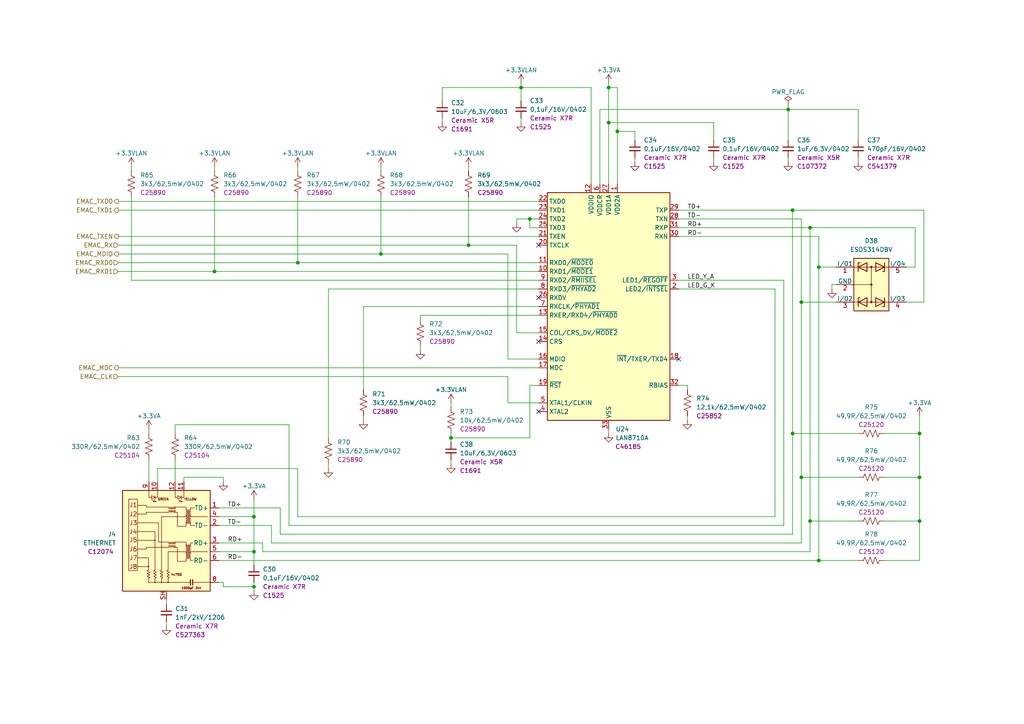
<source format=kicad_sch>
(kicad_sch (version 20230121) (generator eeschema)
  (paper "A4")
  (title_block (title "ESP 16x 24VDC Input 16x External Relay Output Module") (date "2022-10-20") (rev "V1"))
  (lib_symbols
    (symbol "Device:C_Small" (pin_numbers hide) (pin_names (offset 0.254) hide)
      (property "Reference" "C" (at 0.254 1.778 0))
      (property "Value" "C_Small" (at 0.254 -2.032 0))
      (symbol "C_Small_0_1"
        (polyline (pts (xy -1.524 -0.508) (xy 1.524 -0.508)) (stroke (width 0.3302)))
        (polyline (pts (xy -1.524 0.508) (xy 1.524 0.508)) (stroke (width 0.3048)))
      )
      (symbol "C_Small_1_1"
        (pin passive line (at 0 2.54 270) (length 2.032) (name "~") (number "1"))
        (pin passive line (at 0 -2.54 90) (length 2.032) (name "~") (number "2"))
      )
    )
    (symbol "Device:R_US" (pin_numbers hide) (pin_names (offset 0))
      (property "Reference" "R" (at 2.54 0 90))
      (property "Value" "R_US" (at -2.54 0 90))
      (symbol "R_US_0_1"
        (polyline (pts (xy 0 -2.286) (xy 0 -2.54)))
        (polyline (pts (xy 0 2.286) (xy 0 2.54)))
        (polyline (pts (xy 0 -0.762) (xy 1.016 -1.143) (xy 0 -1.524) (xy -1.016 -1.905) (xy 0 -2.286)))
        (polyline (pts (xy 0 0.762) (xy 1.016 0.381) (xy 0 0) (xy -1.016 -0.381) (xy 0 -0.762)))
        (polyline (pts (xy 0 2.286) (xy 1.016 1.905) (xy 0 1.524) (xy -1.016 1.143) (xy 0 0.762)))
      )
      (symbol "R_US_1_1"
        (pin passive line (at 0 3.81 270) (length 1.27) (name "~") (number "1"))
        (pin passive line (at 0 -3.81 90) (length 1.27) (name "~") (number "2"))
      )
    )
    (symbol "Interface_Ethernet:LAN8710A"
      (property "Reference" "U" (at -13.97 34.29 0))
      (property "Value" "LAN8710A" (at 17.78 34.29 0))
      (symbol "LAN8710A_0_1"
        (rectangle (start -17.78 33.02) (end 17.78 -33.02) (stroke (width 0.254)) (fill (type background)))
      )
      (symbol "LAN8710A_1_1"
        (pin power_in line (at 2.54 35.56 270) (length 2.54) (name "VDD2A") (number "1"))
        (pin bidirectional line (at -20.32 10.16 0) (length 2.54) (name "RXD1/~{MODE1}") (number "10"))
        (pin bidirectional line (at -20.32 12.7 0) (length 2.54) (name "RXD0/~{MODE0}") (number "11"))
        (pin power_in line (at -5.08 35.56 270) (length 2.54) (name "VDDIO") (number "12"))
        (pin bidirectional line (at -20.32 -2.54 0) (length 2.54) (name "RXER/RXD4/~{PHYAD0}") (number "13"))
        (pin output line (at -20.32 -10.16 0) (length 2.54) (name "CRS") (number "14"))
        (pin bidirectional line (at -20.32 -7.62 0) (length 2.54) (name "COL/CRS_DV/~{MODE2}") (number "15"))
        (pin bidirectional line (at -20.32 -15.24 0) (length 2.54) (name "MDIO") (number "16"))
        (pin input line (at -20.32 -17.78 0) (length 2.54) (name "MDC") (number "17"))
        (pin bidirectional line (at 20.32 -15.24 180) (length 2.54) (name "~{INT}/TXER/TXD4") (number "18"))
        (pin input line (at -20.32 -22.86 0) (length 2.54) (name "~{RST}") (number "19"))
        (pin bidirectional line (at 20.32 5.08 180) (length 2.54) (name "LED2/~{INTSEL}") (number "2"))
        (pin output line (at -20.32 17.78 0) (length 2.54) (name "TXCLK") (number "20"))
        (pin input line (at -20.32 20.32 0) (length 2.54) (name "TXEN") (number "21"))
        (pin input line (at -20.32 30.48 0) (length 2.54) (name "TXD0") (number "22"))
        (pin input line (at -20.32 27.94 0) (length 2.54) (name "TXD1") (number "23"))
        (pin input line (at -20.32 25.4 0) (length 2.54) (name "TXD2") (number "24"))
        (pin input line (at -20.32 22.86 0) (length 2.54) (name "TXD3") (number "25"))
        (pin output line (at -20.32 2.54 0) (length 2.54) (name "RXDV") (number "26"))
        (pin power_in line (at 0 35.56 270) (length 2.54) (name "VDD1A") (number "27"))
        (pin bidirectional line (at 20.32 25.4 180) (length 2.54) (name "TXN") (number "28"))
        (pin bidirectional line (at 20.32 27.94 180) (length 2.54) (name "TXP") (number "29"))
        (pin bidirectional line (at 20.32 7.62 180) (length 2.54) (name "LED1/~{REGOFF}") (number "3"))
        (pin bidirectional line (at 20.32 20.32 180) (length 2.54) (name "RXN") (number "30"))
        (pin bidirectional line (at 20.32 22.86 180) (length 2.54) (name "RXP") (number "31"))
        (pin passive line (at 20.32 -22.86 180) (length 2.54) (name "RBIAS") (number "32"))
        (pin power_in line (at 0 -35.56 90) (length 2.54) (name "VSS") (number "33"))
        (pin output line (at -20.32 -30.48 0) (length 2.54) (name "XTAL2") (number "4"))
        (pin input line (at -20.32 -27.94 0) (length 2.54) (name "XTAL1/CLKIN") (number "5"))
        (pin power_in line (at -2.54 35.56 270) (length 2.54) (name "VDDCR") (number "6"))
        (pin bidirectional line (at -20.32 0 0) (length 2.54) (name "RXCLK/~{PHYAD1}") (number "7"))
        (pin bidirectional line (at -20.32 5.08 0) (length 2.54) (name "RXD3/~{PHYAD2}") (number "8"))
        (pin bidirectional line (at -20.32 7.62 0) (length 2.54) (name "RXD2/~{RMIISEL}") (number "9"))
      )
    )
    (symbol "Tales:+3.3VLAN" (power) (pin_names (offset 0))
      (property "Value" "+3.3VLAN" (at 0 3.556 0))
      (symbol "+3.3VLAN_0_1"
        (polyline (pts (xy -0.762 1.27) (xy 0 2.54)))
        (polyline (pts (xy 0 0) (xy 0 2.54)))
        (polyline (pts (xy 0 2.54) (xy 0.762 1.27)))
      )
      (symbol "+3.3VLAN_1_1"
        (pin power_in line (at 0 0 90) (length 0) hide (name "+3.3VLAN") (number "1"))
      )
    )
    (symbol "Tales:ESDS314DBV" (pin_names (offset 0))
      (property "Reference" "D" (at 0 12.7 0))
      (property "Value" "ESDS314DBV" (at 0 10.16 0))
      (symbol "ESDS314DBV_0_1"
        (rectangle (start -5.08 7.62) (end 5.08 -7.62) (stroke (width 0.254)) (fill (type background)))
        (circle (center 0 -5.08) (radius 0.254) (fill (type outline)))
        (polyline (pts (xy -5.08 -5.08) (xy 5.08 -5.08)))
        (polyline (pts (xy -5.08 0) (xy 0 0)))
        (polyline (pts (xy -5.08 5.08) (xy 5.08 5.08)))
        (polyline (pts (xy 0 -5.08) (xy 0 5.08)))
        (polyline (pts (xy -3.81 -6.35) (xy -3.81 -3.81) (xy -3.302 -3.81)) (stroke (width 0.254)))
        (polyline (pts (xy -3.81 3.81) (xy -3.81 6.35) (xy -3.302 6.35)) (stroke (width 0.254)))
        (polyline (pts (xy 3.81 -3.81) (xy 3.81 -6.35) (xy 3.302 -6.35)) (stroke (width 0.254)))
        (polyline (pts (xy 3.81 6.35) (xy 3.81 3.81) (xy 3.302 3.81)) (stroke (width 0.254)))
        (polyline (pts (xy -1.27 -6.35) (xy -3.81 -5.08) (xy -1.27 -3.81) (xy -1.27 -6.35) (xy -1.27 -6.35) (xy -1.27 -6.35)) (stroke (width 0.254)))
        (polyline (pts (xy -1.27 3.81) (xy -3.81 5.08) (xy -1.27 6.35) (xy -1.27 3.81) (xy -1.27 3.81) (xy -1.27 3.81)) (stroke (width 0.254)))
        (polyline (pts (xy 1.27 -3.81) (xy 3.81 -5.08) (xy 1.27 -6.35) (xy 1.27 -3.81) (xy 1.27 -3.81) (xy 1.27 -3.81)) (stroke (width 0.254)))
        (polyline (pts (xy 1.27 6.35) (xy 3.81 5.08) (xy 1.27 3.81) (xy 1.27 6.35) (xy 1.27 6.35) (xy 1.27 6.35)) (stroke (width 0.254)))
        (circle (center 0 0) (radius 0.254) (fill (type outline)))
        (circle (center 0 5.08) (radius 0.254) (fill (type outline)))
        (pin passive line (at -10.16 5.08 0) (length 5.08) (name "I/01") (number "1"))
        (pin passive line (at -10.16 0 0) (length 5.08) (name "GND") (number "2"))
        (pin passive line (at -10.16 -5.08 0) (length 5.08) (name "I/02") (number "3"))
        (pin passive line (at 10.16 -5.08 180) (length 5.08) (name "I/03") (number "4"))
        (pin passive line (at 10.16 5.08 180) (length 5.08) (name "I/04") (number "5"))
      )
    )
    (symbol "Tales:HanRun_HR911105A"
      (property "Reference" "J" (at 12.7 13.97 0))
      (property "Value" "HanRun_HR911105A" (at 0 -17.78 0))
      (symbol "HanRun_HR911105A_0_0"
        (rectangle (start -12.7 12.7) (end 12.7 -16.51) (stroke (width 0.254)) (fill (type background)))
        (polyline (pts (xy -5.207 -9.398) (xy -8.382 -9.398)))
        (polyline (pts (xy -3.302 -13.97) (xy -3.302 -12.827)))
        (polyline (pts (xy -3.302 -1.778) (xy -8.382 -1.778)))
        (polyline (pts (xy -1.397 -13.97) (xy -1.397 -12.827)))
        (polyline (pts (xy 0.508 -13.97) (xy 0.508 -12.827)))
        (polyline (pts (xy 7.62 -13.97) (xy 12.7 -13.97)))
        (polyline (pts (xy 11.938 -5.08) (xy 6.985 -5.08)))
        (polyline (pts (xy 11.938 5.08) (xy 6.985 5.08)))
        (polyline (pts (xy -1.397 -10.414) (xy -1.397 5.08) (xy 5.715 5.08)))
        (polyline (pts (xy 0.508 -10.414) (xy 0.508 -5.08) (xy 5.715 -5.08)))
        (polyline (pts (xy 6.985 -13.97) (xy -5.207 -13.97) (xy -5.207 -12.827)))
        (polyline (pts (xy 0.635 -2.286) (xy -2.286 -2.286) (xy -2.286 3.302) (xy -8.382 3.302)))
        (polyline (pts (xy 0.635 7.874) (xy -5.842 7.874) (xy -5.842 8.382) (xy -8.382 8.382)))
        (text "1000pF 2kV" (at 7.239 -15.621 0) (effects (font (size 0.635 0.635))))
        (text "4x75Ω" (at 2.921 -11.684 0) (effects (font (size 0.635 0.635))))
        (text "GREEN" (at -2.54 10.16 0) (effects (font (size 0.635 0.635)) (justify left)))
        (text "J1" (at -10.795 8.509 0) (effects (font (size 1.27 1.27)) (justify left)))
        (text "J2" (at -10.795 5.842 0) (effects (font (size 1.27 1.27)) (justify left)))
        (text "J3" (at -10.795 3.302 0) (effects (font (size 1.27 1.27)) (justify left)))
        (text "J4" (at -10.795 0.762 0) (effects (font (size 1.27 1.27)) (justify left)))
        (text "J5" (at -10.795 -1.651 0) (effects (font (size 1.27 1.27)) (justify left)))
        (text "J6" (at -10.795 -4.318 0) (effects (font (size 1.27 1.27)) (justify left)))
        (text "J7" (at -10.795 -6.858 0) (effects (font (size 1.27 1.27)) (justify left)))
        (text "J8" (at -10.795 -9.398 0) (effects (font (size 1.27 1.27)) (justify left)))
        (text "YELLOW" (at 5.08 10.16 0) (effects (font (size 0.635 0.635)) (justify left)))
      )
      (symbol "HanRun_HR911105A_0_1"
        (rectangle (start -8.382 -10.541) (end -10.922 10.16))
        (circle (center -5.207 -9.398) (radius 0.127) (fill (type outline)))
        (circle (center -3.302 -13.97) (radius 0.127) (fill (type outline)))
        (circle (center -3.302 -1.778) (radius 0.127) (fill (type outline)))
        (circle (center -1.397 -13.97) (radius 0.127) (fill (type outline)))
        (polyline (pts (xy -3.556 9.398) (xy -4.064 9.906)))
        (polyline (pts (xy -3.302 11.176) (xy -3.302 10.16)))
        (polyline (pts (xy -3.048 9.398) (xy -3.556 9.906)))
        (polyline (pts (xy 0.635 -3.302) (xy 2.667 -3.302)))
        (polyline (pts (xy 0.635 6.858) (xy 2.667 6.858)))
        (polyline (pts (xy 2.667 -2.794) (xy 0.635 -2.794)))
        (polyline (pts (xy 2.667 7.366) (xy 0.635 7.366)))
        (polyline (pts (xy 4.064 9.398) (xy 3.556 9.906)))
        (polyline (pts (xy 4.318 11.176) (xy 4.318 10.16)))
        (polyline (pts (xy 4.572 9.398) (xy 4.064 9.906)))
        (polyline (pts (xy 6.223 -3.048) (xy 6.223 -7.112)))
        (polyline (pts (xy 6.223 7.112) (xy 6.223 3.048)))
        (polyline (pts (xy 6.477 -7.112) (xy 6.477 -3.048)))
        (polyline (pts (xy 6.477 3.048) (xy 6.477 7.112)))
        (polyline (pts (xy 6.985 -14.732) (xy 6.985 -13.208)) (stroke (width 0.3048)))
        (polyline (pts (xy 7.62 -14.732) (xy 7.62 -13.208)) (stroke (width 0.3048)))
        (polyline (pts (xy -5.207 -10.414) (xy -5.207 -6.858) (xy -8.382 -6.858)))
        (polyline (pts (xy -5.08 12.7) (xy -5.08 10.668) (xy -4.318 10.668)))
        (polyline (pts (xy -3.556 9.652) (xy -3.556 9.398) (xy -3.81 9.398)))
        (polyline (pts (xy -3.302 -10.414) (xy -3.302 0.762) (xy -8.382 0.762)))
        (polyline (pts (xy -3.048 9.652) (xy -3.048 9.398) (xy -3.302 9.398)))
        (polyline (pts (xy -2.54 12.7) (xy -2.54 10.668) (xy -3.302 10.668)))
        (polyline (pts (xy 2.54 12.7) (xy 2.54 10.668) (xy 3.302 10.668)))
        (polyline (pts (xy 2.667 -2.286) (xy 5.715 -2.286) (xy 5.715 -3.048)))
        (polyline (pts (xy 2.667 7.874) (xy 5.715 7.874) (xy 5.715 7.112)))
        (polyline (pts (xy 4.064 9.652) (xy 4.064 9.398) (xy 3.81 9.398)))
        (polyline (pts (xy 4.572 9.652) (xy 4.572 9.398) (xy 4.318 9.398)))
        (polyline (pts (xy 5.08 12.7) (xy 5.08 10.668) (xy 4.318 10.668)))
        (polyline (pts (xy 6.985 -7.112) (xy 6.985 -7.62) (xy 7.62 -7.62)))
        (polyline (pts (xy 6.985 -3.048) (xy 6.985 -2.54) (xy 7.62 -2.54)))
        (polyline (pts (xy 6.985 3.048) (xy 6.985 2.54) (xy 8.255 2.54)))
        (polyline (pts (xy 6.985 7.112) (xy 6.985 7.62) (xy 8.255 7.62)))
        (polyline (pts (xy -3.302 10.668) (xy -4.318 11.176) (xy -4.318 10.16) (xy -3.302 10.668)))
        (polyline (pts (xy 0.635 -3.81) (xy -5.842 -3.81) (xy -5.842 -4.318) (xy -8.382 -4.318)))
        (polyline (pts (xy 0.635 6.35) (xy -5.842 6.35) (xy -5.842 5.842) (xy -8.382 5.842)))
        (polyline (pts (xy 4.318 10.668) (xy 3.302 11.176) (xy 3.302 10.16) (xy 4.318 10.668)))
        (polyline (pts (xy 5.715 -7.112) (xy 5.715 -7.874) (xy 3.175 -7.874) (xy 3.175 -3.81) (xy 2.667 -3.81)))
        (polyline (pts (xy 5.715 3.048) (xy 5.715 2.286) (xy 3.175 2.286) (xy 3.175 6.35) (xy 2.667 6.35)))
        (polyline (pts (xy -5.207 -12.827) (xy -4.826 -12.573) (xy -5.588 -12.192) (xy -4.826 -11.811) (xy -5.588 -11.43) (xy -4.826 -11.049) (xy -5.588 -10.668) (xy -5.207 -10.414)))
        (polyline (pts (xy -3.302 -12.827) (xy -2.921 -12.573) (xy -3.683 -12.192) (xy -2.921 -11.811) (xy -3.683 -11.43) (xy -2.921 -11.049) (xy -3.683 -10.668) (xy -3.302 -10.414)))
        (polyline (pts (xy -1.397 -12.827) (xy -1.016 -12.573) (xy -1.778 -12.192) (xy -1.016 -11.811) (xy -1.778 -11.43) (xy -1.016 -11.049) (xy -1.778 -10.668) (xy -1.397 -10.414)))
        (polyline (pts (xy 0.508 -12.827) (xy 0.889 -12.573) (xy 0.127 -12.192) (xy 0.889 -11.811) (xy 0.127 -11.43) (xy 0.889 -11.049) (xy 0.127 -10.668) (xy 0.508 -10.414)))
        (circle (center 0.508 -13.97) (radius 0.127) (fill (type outline)))
        (arc (start 0.635 -2.286) (mid 0.889 -2.5389) (end 1.143 -2.286))
        (arc (start 0.635 7.874) (mid 0.889 7.6211) (end 1.143 7.874))
        (arc (start 1.143 -3.81) (mid 0.889 -3.5571) (end 0.635 -3.81))
        (arc (start 1.143 -2.286) (mid 1.397 -2.5389) (end 1.651 -2.286))
        (arc (start 1.143 6.35) (mid 0.889 6.6029) (end 0.635 6.35))
        (arc (start 1.143 7.874) (mid 1.397 7.6211) (end 1.651 7.874))
        (arc (start 1.651 -3.81) (mid 1.397 -3.5571) (end 1.143 -3.81))
        (arc (start 1.651 -2.286) (mid 1.905 -2.5389) (end 2.159 -2.286))
        (arc (start 1.651 6.35) (mid 1.397 6.6029) (end 1.143 6.35))
        (arc (start 1.651 7.874) (mid 1.905 7.6211) (end 2.159 7.874))
        (arc (start 2.159 -3.81) (mid 1.905 -3.5571) (end 1.651 -3.81))
        (arc (start 2.159 -2.286) (mid 2.413 -2.5389) (end 2.667 -2.286))
        (arc (start 2.159 6.35) (mid 1.905 6.6029) (end 1.651 6.35))
        (arc (start 2.159 7.874) (mid 2.413 7.6211) (end 2.667 7.874))
        (circle (center 2.413 -3.8354) (radius 0.0762) (stroke (width 0.0254)) (fill (type outline)))
        (circle (center 2.413 -2.2606) (radius 0.0762) (stroke (width 0.0254)) (fill (type outline)))
        (circle (center 2.413 6.3246) (radius 0.0762) (stroke (width 0.0254)) (fill (type outline)))
        (circle (center 2.413 7.8994) (radius 0.0762) (stroke (width 0.0254)) (fill (type outline)))
        (arc (start 2.667 -3.81) (mid 2.413 -3.5571) (end 2.159 -3.81))
        (arc (start 2.667 6.35) (mid 2.413 6.6029) (end 2.159 6.35))
        (arc (start 5.715 -7.112) (mid 5.9679 -6.858) (end 5.715 -6.604))
        (arc (start 5.715 -6.604) (mid 5.9679 -6.35) (end 5.715 -6.096))
        (arc (start 5.715 -6.096) (mid 5.9679 -5.842) (end 5.715 -5.588))
        (arc (start 5.715 -5.588) (mid 5.9679 -5.334) (end 5.715 -5.08))
        (circle (center 5.715 -5.334) (radius 0.0762) (stroke (width 0.0254)) (fill (type outline)))
        (arc (start 5.715 -5.08) (mid 5.9679 -4.826) (end 5.715 -4.572))
        (arc (start 5.715 -4.572) (mid 5.9679 -4.318) (end 5.715 -4.064))
        (arc (start 5.715 -4.064) (mid 5.9679 -3.81) (end 5.715 -3.556))
        (arc (start 5.715 -3.556) (mid 5.9679 -3.302) (end 5.715 -3.048))
        (circle (center 5.715 -3.302) (radius 0.0762) (stroke (width 0.0254)) (fill (type outline)))
        (arc (start 5.715 3.048) (mid 5.9679 3.302) (end 5.715 3.556))
        (circle (center 5.715 3.302) (radius 0.0762) (stroke (width 0.0254)) (fill (type outline)))
        (arc (start 5.715 3.556) (mid 5.9679 3.81) (end 5.715 4.064))
        (arc (start 5.715 4.064) (mid 5.9679 4.318) (end 5.715 4.572))
        (arc (start 5.715 4.572) (mid 5.9679 4.826) (end 5.715 5.08))
        (arc (start 5.715 5.08) (mid 5.9679 5.334) (end 5.715 5.588))
        (circle (center 5.715 5.334) (radius 0.0762) (stroke (width 0.0254)) (fill (type outline)))
        (arc (start 5.715 5.588) (mid 5.9679 5.842) (end 5.715 6.096))
        (arc (start 5.715 6.096) (mid 5.9679 6.35) (end 5.715 6.604))
        (arc (start 5.715 6.604) (mid 5.9679 6.858) (end 5.715 7.112))
        (arc (start 6.985 -6.604) (mid 6.7321 -6.858) (end 6.985 -7.112))
        (arc (start 6.985 -6.096) (mid 6.7321 -6.35) (end 6.985 -6.604))
        (arc (start 6.985 -5.588) (mid 6.7321 -5.842) (end 6.985 -6.096))
        (circle (center 6.985 -5.334) (radius 0.0762) (stroke (width 0.0254)) (fill (type outline)))
        (arc (start 6.985 -5.08) (mid 6.7321 -5.334) (end 6.985 -5.588))
        (arc (start 6.985 -4.572) (mid 6.7321 -4.826) (end 6.985 -5.08))
        (arc (start 6.985 -4.064) (mid 6.7321 -4.318) (end 6.985 -4.572))
        (arc (start 6.985 -3.556) (mid 6.7321 -3.81) (end 6.985 -4.064))
        (circle (center 6.985 -3.302) (radius 0.0762) (stroke (width 0.0254)) (fill (type outline)))
        (arc (start 6.985 -3.048) (mid 6.7321 -3.302) (end 6.985 -3.556))
        (circle (center 6.985 3.302) (radius 0.0762) (stroke (width 0.0254)) (fill (type outline)))
        (arc (start 6.985 3.556) (mid 6.7321 3.302) (end 6.985 3.048))
        (arc (start 6.985 4.064) (mid 6.7321 3.81) (end 6.985 3.556))
        (arc (start 6.985 4.572) (mid 6.7321 4.318) (end 6.985 4.064))
        (arc (start 6.985 5.08) (mid 6.7321 4.826) (end 6.985 4.572))
        (circle (center 6.985 5.334) (radius 0.0762) (stroke (width 0.0254)) (fill (type outline)))
        (arc (start 6.985 5.588) (mid 6.7321 5.334) (end 6.985 5.08))
        (arc (start 6.985 6.096) (mid 6.7321 5.842) (end 6.985 5.588))
        (arc (start 6.985 6.604) (mid 6.7321 6.35) (end 6.985 6.096))
        (arc (start 6.985 7.112) (mid 6.7321 6.858) (end 6.985 6.604))
      )
      (symbol "HanRun_HR911105A_1_1"
        (pin passive line (at 15.24 7.62 180) (length 2.54) (name "TD+") (number "1"))
        (pin passive line (at -2.54 15.24 270) (length 2.54) (name "~") (number "10"))
        (pin passive line (at 5.08 15.24 270) (length 2.54) (name "~") (number "11"))
        (pin passive line (at 2.54 15.24 270) (length 2.54) (name "~") (number "12"))
        (pin passive line (at 15.24 2.54 180) (length 2.54) (name "TD-") (number "2"))
        (pin passive line (at 15.24 -2.54 180) (length 2.54) (name "RD+") (number "3"))
        (pin passive line (at 15.24 5.08 180) (length 2.54) (name "~") (number "4"))
        (pin passive line (at 15.24 -5.08 180) (length 2.54) (name "~") (number "5"))
        (pin passive line (at 15.24 -7.62 180) (length 2.54) (name "RD-") (number "6"))
        (pin no_connect line (at 12.7 -11.43 180) (length 2.54) hide (name "NC") (number "7"))
        (pin passive line (at 15.24 -13.97 180) (length 2.54) (name "~") (number "8"))
        (pin passive line (at -5.08 15.24 270) (length 2.54) (name "~") (number "9"))
        (pin passive line (at 0 -19.05 90) (length 2.54) (name "~") (number "SH"))
      )
    )
    (symbol "power:+3.3VA" (power) (pin_names (offset 0))
      (property "Value" "+3.3VA" (at 0 3.556 0))
      (symbol "+3.3VA_0_1"
        (polyline (pts (xy -0.762 1.27) (xy 0 2.54)))
        (polyline (pts (xy 0 0) (xy 0 2.54)))
        (polyline (pts (xy 0 2.54) (xy 0.762 1.27)))
      )
      (symbol "+3.3VA_1_1"
        (pin power_in line (at 0 0 90) (length 0) hide (name "+3.3VA") (number "1"))
      )
    )
    (symbol "power:GND" (power) (pin_names (offset 0))
      (property "Value" "GND" (at 0 -3.81 0))
      (symbol "GND_0_1"
        (polyline (pts (xy 0 0) (xy 0 -1.27) (xy 1.27 -1.27) (xy 0 -2.54) (xy -1.27 -1.27) (xy 0 -1.27)))
      )
      (symbol "GND_1_1"
        (pin power_in line (at 0 0 270) (length 0) hide (name "GND") (number "1"))
      )
    )
    (symbol "power:PWR_FLAG" (power) (pin_numbers hide) (pin_names (offset 0) hide)
      (property "Value" "PWR_FLAG" (at 0 3.81 0))
      (symbol "PWR_FLAG_0_0"
        (pin power_out line (at 0 0 90) (length 0) (name "pwr") (number "1"))
      )
      (symbol "PWR_FLAG_0_1"
        (polyline (pts (xy 0 0) (xy 0 1.27) (xy -1.016 1.905) (xy 0 2.54) (xy 1.016 1.905) (xy 0 1.27)))
      )
    )
  )
  (junction (at 266.7 125.73))
  (junction (at 232.41 138.43))
  (junction (at 229.87 60.96))
  (junction (at 73.66 160.02))
  (junction (at 266.7 138.43))
  (junction (at 110.49 73.66))
  (junction (at 179.07 38.1))
  (junction (at 151.13 25.4))
  (junction (at 176.53 35.56))
  (junction (at 234.95 151.13))
  (junction (at 73.66 149.86))
  (junction (at 86.36 76.2))
  (junction (at 266.7 151.13))
  (junction (at 229.87 125.73))
  (junction (at 153.67 63.5))
  (junction (at 176.53 25.4))
  (junction (at 135.89 71.12))
  (junction (at 237.49 162.56))
  (junction (at 232.41 87.63))
  (junction (at 130.81 127))
  (junction (at 62.23 78.74))
  (junction (at 237.49 77.47))
  (junction (at 228.6 31.75))
  (junction (at 234.95 66.04))
  (junction (at 73.66 170.18))
  (no_connect (at 156.21 99.06))
  (no_connect (at 156.21 86.36))
  (no_connect (at 196.85 104.14))
  (no_connect (at 156.21 71.12))
  (no_connect (at 156.21 119.38))
  (wire (pts (xy 176.53 35.56) (xy 176.53 53.34)))
  (wire (pts (xy 34.29 71.12) (xy 135.89 71.12)))
  (wire (pts (xy 128.27 25.4) (xy 151.13 25.4)))
  (wire (pts (xy 64.77 138.43) (xy 64.77 139.7)))
  (wire (pts (xy 34.29 78.74) (xy 62.23 78.74)))
  (wire (pts (xy 171.45 25.4) (xy 171.45 53.34)))
  (wire (pts (xy 64.77 170.18) (xy 64.77 168.91)))
  (wire (pts (xy 241.3 82.55) (xy 242.57 82.55)))
  (wire (pts (xy 256.54 125.73) (xy 266.7 125.73)))
  (wire (pts (xy 228.6 31.75) (xy 248.92 31.75)))
  (wire (pts (xy 34.29 106.68) (xy 156.21 106.68)))
  (wire (pts (xy 38.1 48.26) (xy 38.1 49.53)))
  (wire (pts (xy 234.95 151.13) (xy 234.95 160.02)))
  (wire (pts (xy 237.49 77.47) (xy 237.49 162.56)))
  (wire (pts (xy 173.99 53.34) (xy 173.99 31.75)))
  (wire (pts (xy 266.7 151.13) (xy 266.7 162.56)))
  (wire (pts (xy 86.36 76.2) (xy 156.21 76.2)))
  (wire (pts (xy 156.21 111.76) (xy 153.67 111.76)))
  (wire (pts (xy 156.21 96.52) (xy 149.86 96.52)))
  (wire (pts (xy 83.82 123.19) (xy 83.82 152.4)))
  (wire (pts (xy 81.28 154.94) (xy 229.87 154.94)))
  (wire (pts (xy 179.07 38.1) (xy 179.07 53.34)))
  (wire (pts (xy 153.67 63.5) (xy 149.86 63.5)))
  (wire (pts (xy 135.89 71.12) (xy 135.89 57.15)))
  (wire (pts (xy 34.29 68.58) (xy 156.21 68.58)))
  (wire (pts (xy 153.67 66.04) (xy 153.67 63.5)))
  (wire (pts (xy 62.23 48.26) (xy 62.23 49.53)))
  (wire (pts (xy 43.18 124.46) (xy 43.18 125.73)))
  (wire (pts (xy 95.25 134.62) (xy 95.25 135.89)))
  (wire (pts (xy 128.27 29.21) (xy 128.27 25.4)))
  (wire (pts (xy 105.41 120.65) (xy 105.41 121.92)))
  (wire (pts (xy 34.29 76.2) (xy 86.36 76.2)))
  (wire (pts (xy 130.81 133.35) (xy 130.81 134.62)))
  (wire (pts (xy 121.92 91.44) (xy 121.92 92.71)))
  (wire (pts (xy 262.89 77.47) (xy 265.43 77.47)))
  (wire (pts (xy 53.34 138.43) (xy 53.34 139.7)))
  (wire (pts (xy 267.97 87.63) (xy 267.97 60.96)))
  (wire (pts (xy 38.1 57.15) (xy 38.1 81.28)))
  (wire (pts (xy 266.7 125.73) (xy 266.7 138.43)))
  (wire (pts (xy 64.77 168.91) (xy 63.5 168.91)))
  (wire (pts (xy 147.32 104.14) (xy 156.21 104.14)))
  (wire (pts (xy 176.53 25.4) (xy 176.53 35.56)))
  (wire (pts (xy 199.39 111.76) (xy 196.85 111.76)))
  (wire (pts (xy 234.95 151.13) (xy 248.92 151.13)))
  (wire (pts (xy 62.23 78.74) (xy 156.21 78.74)))
  (wire (pts (xy 196.85 68.58) (xy 237.49 68.58)))
  (wire (pts (xy 229.87 125.73) (xy 229.87 154.94)))
  (wire (pts (xy 34.29 109.22) (xy 147.32 109.22)))
  (wire (pts (xy 43.18 133.35) (xy 43.18 139.7)))
  (wire (pts (xy 81.28 147.32) (xy 81.28 154.94)))
  (wire (pts (xy 266.7 162.56) (xy 256.54 162.56)))
  (wire (pts (xy 45.72 135.89) (xy 86.36 135.89)))
  (wire (pts (xy 151.13 34.29) (xy 151.13 35.56)))
  (wire (pts (xy 151.13 25.4) (xy 151.13 29.21)))
  (wire (pts (xy 130.81 116.84) (xy 130.81 118.11)))
  (wire (pts (xy 153.67 127) (xy 130.81 127)))
  (wire (pts (xy 83.82 152.4) (xy 227.33 152.4)))
  (wire (pts (xy 86.36 57.15) (xy 86.36 76.2)))
  (wire (pts (xy 207.01 45.72) (xy 207.01 46.99)))
  (wire (pts (xy 228.6 31.75) (xy 228.6 40.64)))
  (wire (pts (xy 176.53 124.46) (xy 176.53 125.73)))
  (wire (pts (xy 50.8 139.7) (xy 50.8 133.35)))
  (wire (pts (xy 128.27 34.29) (xy 128.27 35.56)))
  (wire (pts (xy 228.6 30.48) (xy 228.6 31.75)))
  (wire (pts (xy 45.72 139.7) (xy 45.72 135.89)))
  (wire (pts (xy 62.23 57.15) (xy 62.23 78.74)))
  (wire (pts (xy 176.53 24.13) (xy 176.53 25.4)))
  (wire (pts (xy 229.87 125.73) (xy 248.92 125.73)))
  (wire (pts (xy 237.49 68.58) (xy 237.49 77.47)))
  (wire (pts (xy 78.74 152.4) (xy 78.74 157.48)))
  (wire (pts (xy 63.5 147.32) (xy 81.28 147.32)))
  (wire (pts (xy 237.49 162.56) (xy 248.92 162.56)))
  (wire (pts (xy 149.86 71.12) (xy 135.89 71.12)))
  (wire (pts (xy 176.53 25.4) (xy 179.07 25.4)))
  (wire (pts (xy 151.13 25.4) (xy 171.45 25.4)))
  (wire (pts (xy 110.49 57.15) (xy 110.49 73.66)))
  (wire (pts (xy 228.6 45.72) (xy 228.6 46.99)))
  (wire (pts (xy 76.2 157.48) (xy 76.2 160.02)))
  (wire (pts (xy 48.26 180.34) (xy 48.26 181.61)))
  (wire (pts (xy 229.87 60.96) (xy 229.87 125.73)))
  (wire (pts (xy 265.43 77.47) (xy 265.43 66.04)))
  (wire (pts (xy 147.32 73.66) (xy 147.32 104.14)))
  (wire (pts (xy 64.77 138.43) (xy 53.34 138.43)))
  (wire (pts (xy 266.7 138.43) (xy 266.7 151.13)))
  (wire (pts (xy 256.54 151.13) (xy 266.7 151.13)))
  (wire (pts (xy 248.92 31.75) (xy 248.92 40.64)))
  (wire (pts (xy 130.81 125.73) (xy 130.81 127)))
  (wire (pts (xy 34.29 73.66) (xy 110.49 73.66)))
  (wire (pts (xy 86.36 48.26) (xy 86.36 49.53)))
  (wire (pts (xy 153.67 111.76) (xy 153.67 127)))
  (wire (pts (xy 63.5 152.4) (xy 78.74 152.4)))
  (wire (pts (xy 73.66 170.18) (xy 73.66 171.45)))
  (wire (pts (xy 130.81 127) (xy 130.81 128.27)))
  (wire (pts (xy 149.86 96.52) (xy 149.86 71.12)))
  (wire (pts (xy 229.87 60.96) (xy 196.85 60.96)))
  (wire (pts (xy 173.99 31.75) (xy 228.6 31.75)))
  (wire (pts (xy 110.49 73.66) (xy 147.32 73.66)))
  (wire (pts (xy 105.41 88.9) (xy 105.41 113.03)))
  (wire (pts (xy 86.36 135.89) (xy 86.36 149.86)))
  (wire (pts (xy 199.39 113.03) (xy 199.39 111.76)))
  (wire (pts (xy 241.3 83.82) (xy 241.3 82.55)))
  (wire (pts (xy 50.8 123.19) (xy 83.82 123.19)))
  (wire (pts (xy 63.5 162.56) (xy 237.49 162.56)))
  (wire (pts (xy 78.74 157.48) (xy 232.41 157.48)))
  (wire (pts (xy 224.79 149.86) (xy 224.79 83.82)))
  (wire (pts (xy 265.43 66.04) (xy 234.95 66.04)))
  (wire (pts (xy 95.25 83.82) (xy 95.25 127)))
  (wire (pts (xy 232.41 138.43) (xy 248.92 138.43)))
  (wire (pts (xy 34.29 60.96) (xy 156.21 60.96)))
  (wire (pts (xy 73.66 168.91) (xy 73.66 170.18)))
  (wire (pts (xy 156.21 63.5) (xy 153.67 63.5)))
  (wire (pts (xy 48.26 173.99) (xy 48.26 175.26)))
  (wire (pts (xy 232.41 63.5) (xy 196.85 63.5)))
  (wire (pts (xy 110.49 48.26) (xy 110.49 49.53)))
  (wire (pts (xy 121.92 100.33) (xy 121.92 101.6)))
  (wire (pts (xy 184.15 38.1) (xy 184.15 40.64)))
  (wire (pts (xy 156.21 116.84) (xy 147.32 116.84)))
  (wire (pts (xy 64.77 170.18) (xy 73.66 170.18)))
  (wire (pts (xy 149.86 63.5) (xy 149.86 64.77)))
  (wire (pts (xy 267.97 60.96) (xy 229.87 60.96)))
  (wire (pts (xy 248.92 45.72) (xy 248.92 46.99)))
  (wire (pts (xy 156.21 66.04) (xy 153.67 66.04)))
  (wire (pts (xy 196.85 81.28) (xy 227.33 81.28)))
  (wire (pts (xy 73.66 144.78) (xy 73.66 149.86)))
  (wire (pts (xy 76.2 160.02) (xy 234.95 160.02)))
  (wire (pts (xy 34.29 58.42) (xy 156.21 58.42)))
  (wire (pts (xy 179.07 25.4) (xy 179.07 38.1)))
  (wire (pts (xy 256.54 138.43) (xy 266.7 138.43)))
  (wire (pts (xy 151.13 24.13) (xy 151.13 25.4)))
  (wire (pts (xy 86.36 149.86) (xy 224.79 149.86)))
  (wire (pts (xy 156.21 91.44) (xy 121.92 91.44)))
  (wire (pts (xy 207.01 35.56) (xy 207.01 40.64)))
  (wire (pts (xy 176.53 35.56) (xy 207.01 35.56)))
  (wire (pts (xy 95.25 83.82) (xy 156.21 83.82)))
  (wire (pts (xy 227.33 152.4) (xy 227.33 81.28)))
  (wire (pts (xy 266.7 120.65) (xy 266.7 125.73)))
  (wire (pts (xy 105.41 88.9) (xy 156.21 88.9)))
  (wire (pts (xy 237.49 77.47) (xy 242.57 77.47)))
  (wire (pts (xy 184.15 45.72) (xy 184.15 46.99)))
  (wire (pts (xy 232.41 87.63) (xy 242.57 87.63)))
  (wire (pts (xy 179.07 38.1) (xy 184.15 38.1)))
  (wire (pts (xy 232.41 87.63) (xy 232.41 138.43)))
  (wire (pts (xy 232.41 63.5) (xy 232.41 87.63)))
  (wire (pts (xy 135.89 48.26) (xy 135.89 49.53)))
  (wire (pts (xy 73.66 160.02) (xy 73.66 149.86)))
  (wire (pts (xy 232.41 138.43) (xy 232.41 157.48)))
  (wire (pts (xy 63.5 160.02) (xy 73.66 160.02)))
  (wire (pts (xy 63.5 157.48) (xy 76.2 157.48)))
  (wire (pts (xy 38.1 81.28) (xy 156.21 81.28)))
  (wire (pts (xy 196.85 83.82) (xy 224.79 83.82)))
  (wire (pts (xy 147.32 116.84) (xy 147.32 109.22)))
  (wire (pts (xy 199.39 120.65) (xy 199.39 121.92)))
  (wire (pts (xy 196.85 66.04) (xy 234.95 66.04)))
  (wire (pts (xy 50.8 125.73) (xy 50.8 123.19)))
  (wire (pts (xy 234.95 66.04) (xy 234.95 151.13)))
  (wire (pts (xy 73.66 160.02) (xy 73.66 163.83)))
  (wire (pts (xy 262.89 87.63) (xy 267.97 87.63)))
  (wire (pts (xy 73.66 149.86) (xy 63.5 149.86)))
  (label "RD-" (at 66.04 162.56 0))
  (label "LED_Y_A" (at 199.39 81.28 0))
  (label "TD+" (at 66.04 147.32 0))
  (label "TD+" (at 199.39 60.96 0))
  (label "TD-" (at 66.04 152.4 0))
  (label "RD-" (at 199.39 68.58 0))
  (label "RD+" (at 66.04 157.48 0))
  (label "RD+" (at 199.39 66.04 0))
  (label "LED_G_K" (at 199.39 83.82 0))
  (label "TD-" (at 199.39 63.5 0))
  (hierarchical_label "EMAC_MDIO" (shape output) (at 34.29 73.66 180))
  (hierarchical_label "EMAC_TXEN" (shape output) (at 34.29 68.58 180))
  (hierarchical_label "EMAC_CLK" (shape input) (at 34.29 109.22 180))
  (hierarchical_label "EMAC_RXD1" (shape input) (at 34.29 78.74 180))
  (hierarchical_label "EMAC_MDC" (shape output) (at 34.29 106.68 180))
  (hierarchical_label "EMAC_RXD0" (shape input) (at 34.29 76.2 180))
  (hierarchical_label "EMAC_RX" (shape input) (at 34.29 71.12 180))
  (hierarchical_label "EMAC_TXD0" (shape output) (at 34.29 58.42 180))
  (hierarchical_label "EMAC_TXD1" (shape output) (at 34.29 60.96 180))
  (symbol (lib_id "Device:C_Small") (at 207.01 43.18 0) (unit 1)
    (property "Reference" "C35" (at 209.55 40.64 0) (effects (justify left)))
    (property "Value" "0,1uF/16V/0402" (at 209.55 43.18 0) (effects (justify left)))
    (property "Footprint" "Tales:C_0402_1005Metric" (effects hide))
    (property "Case" "0402/1005" (effects hide))
    (property "JLCPCB BOM" "1" (effects hide))
    (property "LCSC Part #" "C1525" (at 209.55 48.2538 0) (effects (justify left)))
    (property "Mfr" "Samsung" (effects hide))
    (property "Mfr PN" "CL05B104KO5NNNC" (effects hide))
    (property "Technology" "Ceramic X7R" (at 209.55 45.7138 0) (effects (justify left)))
    (property "Vendor" "JLCPCB" (effects hide))
    (property "Vendor PN" "C1525" (effects hide))
  )
  (symbol (lib_id "power:GND") (at 184.15 46.99 0) (unit 1)
    (property "Reference" "#PWR0120" (effects hide))
    (property "Value" "GNDREF" (effects hide))
  )
  (symbol (lib_id "Device:R_US") (at 130.81 121.92 0) (unit 1)
    (property "Reference" "R73" (at 133.35 119.38 0) (effects (justify left)))
    (property "Value" "10k/62,5mW/0402" (at 133.35 121.92 0) (effects (justify left)))
    (property "Footprint" "Tales:R_0402_1005Metric" (effects hide))
    (property "Case" "0402/1005" (effects hide))
    (property "Mfr" "Uniroyal" (effects hide))
    (property "Vendor" "JLCPCB" (effects hide))
    (property "Mfr PN" "0402WGF1002TCE" (effects hide))
    (property "Vendor PN" "C25890" (effects hide))
    (property "LCSC Part #" "C25890" (at 133.35 124.46 0) (effects (justify left)))
    (property "JLCPCB BOM" "1" (effects hide))
  )
  (symbol (lib_id "power:GND") (at 228.6 46.99 0) (unit 1)
    (property "Reference" "#PWR0123" (effects hide))
    (property "Value" "GNDREF" (effects hide))
  )
  (symbol (lib_id "Device:R_US") (at 50.8 129.54 0) (unit 1)
    (property "Reference" "R64" (at 53.34 127 0) (effects (justify left)))
    (property "Value" "330R/62,5mW/0402" (at 53.34 129.54 0) (effects (justify left)))
    (property "Footprint" "Tales:R_0402_1005Metric" (effects hide))
    (property "Case" "0402/1005" (effects hide))
    (property "Mfr" "Uniroyal" (effects hide))
    (property "Vendor" "JLCPCB" (effects hide))
    (property "Mfr PN" "0402WGF3300TCE" (effects hide))
    (property "Vendor PN" "C25104" (effects hide))
    (property "LCSC Part #" "C25104" (at 53.34 132.08 0) (effects (justify left)))
    (property "JLCPCB BOM" "1" (effects hide))
  )
  (symbol (lib_id "Device:C_Small") (at 128.27 31.75 0) (unit 1)
    (property "Reference" "C32" (at 130.81 29.845 0) (effects (justify left)))
    (property "Value" "10uF/6,3V/0603" (at 130.81 32.385 0) (effects (justify left)))
    (property "Footprint" "Tales:C_0603_1608Metric" (effects hide))
    (property "Mfr" "Samsung" (effects hide))
    (property "Mfr PN" "CL10A106MQ8NNNC" (effects hide))
    (property "JLCPCB BOM" "1" (effects hide))
    (property "LCSC Part #" "C1691" (at 130.81 37.465 0) (effects (justify left)))
    (property "Technology" "Ceramic X5R" (at 130.81 34.925 0) (effects (justify left)))
    (property "Vendor" "JLCPCB" (effects hide))
    (property "Vendor PN" "C1691" (effects hide))
    (property "Case" "0603/1608" (effects hide))
  )
  (symbol (lib_id "Tales:+3.3VLAN") (at 135.89 48.26 0) (unit 1)
    (property "Reference" "#PWR0114" (effects hide))
    (property "Value" "+3.3VLAN" (at 135.89 44.45 0))
  )
  (symbol (lib_id "Device:C_Small") (at 73.66 166.37 0) (unit 1)
    (property "Reference" "C30" (at 76.2 165.1062 0) (effects (justify left)))
    (property "Value" "0,1uF/16V/0402" (at 76.2 167.6462 0) (effects (justify left)))
    (property "Footprint" "Tales:C_0402_1005Metric" (effects hide))
    (property "Case" "0402/1005" (effects hide))
    (property "JLCPCB BOM" "1" (effects hide))
    (property "LCSC Part #" "C1525" (at 76.2 172.72 0) (effects (justify left)))
    (property "Mfr" "Samsung" (effects hide))
    (property "Mfr PN" "CL05B104KO5NNNC" (effects hide))
    (property "Technology" "Ceramic X7R" (at 76.2 170.18 0) (effects (justify left)))
    (property "Vendor" "JLCPCB" (effects hide))
    (property "Vendor PN" "C1525" (effects hide))
  )
  (symbol (lib_id "Device:R_US") (at 62.23 53.34 0) (unit 1)
    (property "Reference" "R66" (at 64.77 50.8 0) (effects (justify left)))
    (property "Value" "3k3/62,5mW/0402" (at 64.77 53.34 0) (effects (justify left)))
    (property "Footprint" "Tales:R_0402_1005Metric" (effects hide))
    (property "Case" "0402/1005" (effects hide))
    (property "Mfr" "Uniroyal" (effects hide))
    (property "Vendor" "JLCPCB" (effects hide))
    (property "Mfr PN" "0402WGF3301TCE" (effects hide))
    (property "Vendor PN" "C25890" (effects hide))
    (property "LCSC Part #" "C25890" (at 64.77 55.88 0) (effects (justify left)))
    (property "JLCPCB BOM" "1" (effects hide))
  )
  (symbol (lib_id "Device:R_US") (at 135.89 53.34 0) (unit 1)
    (property "Reference" "R69" (at 138.43 50.8 0) (effects (justify left)))
    (property "Value" "3k3/62,5mW/0402" (at 138.43 53.34 0) (effects (justify left)))
    (property "Footprint" "Tales:R_0402_1005Metric" (effects hide))
    (property "Case" "0402/1005" (effects hide))
    (property "Mfr" "Uniroyal" (effects hide))
    (property "Vendor" "JLCPCB" (effects hide))
    (property "Mfr PN" "0402WGF3301TCE" (effects hide))
    (property "Vendor PN" "C25890" (effects hide))
    (property "LCSC Part #" "C25890" (at 138.43 55.88 0) (effects (justify left)))
    (property "JLCPCB BOM" "1" (effects hide))
  )
  (symbol (lib_id "power:GND") (at 130.81 134.62 0) (unit 1)
    (property "Reference" "#PWR0113" (effects hide))
    (property "Value" "GNDREF" (effects hide))
  )
  (symbol (lib_id "Device:R_US") (at 86.36 53.34 0) (unit 1)
    (property "Reference" "R67" (at 88.9 50.8 0) (effects (justify left)))
    (property "Value" "3k3/62,5mW/0402" (at 88.9 53.34 0) (effects (justify left)))
    (property "Footprint" "Tales:R_0402_1005Metric" (effects hide))
    (property "Case" "0402/1005" (effects hide))
    (property "Mfr" "Uniroyal" (effects hide))
    (property "Vendor" "JLCPCB" (effects hide))
    (property "Mfr PN" "0402WGF3301TCE" (effects hide))
    (property "Vendor PN" "C25890" (effects hide))
    (property "LCSC Part #" "C25890" (at 88.9 55.88 0) (effects (justify left)))
    (property "JLCPCB BOM" "1" (effects hide))
  )
  (symbol (lib_id "Tales:HanRun_HR911105A") (at 48.26 154.94 0) (unit 1)
    (property "Reference" "J4" (at 33.655 154.9399 0) (effects (justify right)))
    (property "Value" "ETHERNET" (at 33.655 157.4799 0) (effects (justify right)))
    (property "Footprint" "Tales:RJ45_HanRun_HR911105A" (effects hide))
    (property "JLCPCB BOM" "1" (effects hide))
    (property "LCSC Part #" "C12074" (at 29.21 160.02 0))
    (property "Mfr" "HanRun" (effects hide))
    (property "Mfr PN" "HR911105A" (effects hide))
    (property "Vendor" "JLCPCB" (effects hide))
    (property "Vendor PN" "C12074" (effects hide))
  )
  (symbol (lib_id "power:GND") (at 105.41 121.92 0) (unit 1)
    (property "Reference" "#PWR0108" (effects hide))
    (property "Value" "GNDREF" (effects hide))
  )
  (symbol (lib_id "Device:C_Small") (at 48.26 177.8 0) (unit 1)
    (property "Reference" "C31" (at 50.8 176.5362 0) (effects (justify left)))
    (property "Value" "1nF/2kV/1206" (at 50.8 179.0762 0) (effects (justify left)))
    (property "Footprint" "Tales:C_1206_3216Metric" (effects hide))
    (property "Case" "1206/3216" (effects hide))
    (property "JLCPCB BOM" "1" (effects hide))
    (property "LCSC Part #" "C527363" (at 50.8 184.15 0) (effects (justify left)))
    (property "Mfr" "Yageo" (effects hide))
    (property "Mfr PN" "CC1206MKX7RDBB102" (effects hide))
    (property "Technology" "Ceramic X7R" (at 50.8 181.61 0) (effects (justify left)))
    (property "Vendor" "JLCPCB" (effects hide))
    (property "Vendor PN" "C527363" (effects hide))
  )
  (symbol (lib_id "Device:R_US") (at 43.18 129.54 0) (unit 1)
    (property "Reference" "R63" (at 40.64 127 0) (effects (justify right)))
    (property "Value" "330R/62,5mW/0402" (at 40.64 129.54 0) (effects (justify right)))
    (property "Footprint" "Tales:R_0402_1005Metric" (effects hide))
    (property "Case" "0402/1005" (effects hide))
    (property "Mfr" "Uniroyal" (effects hide))
    (property "Vendor" "JLCPCB" (effects hide))
    (property "Mfr PN" "0402WGF3300TCE" (effects hide))
    (property "Vendor PN" "C25104" (effects hide))
    (property "LCSC Part #" "C25104" (at 40.64 132.08 0) (effects (justify right)))
    (property "JLCPCB BOM" "1" (effects hide))
  )
  (symbol (lib_id "power:GND") (at 121.92 101.6 0) (unit 1)
    (property "Reference" "#PWR0110" (effects hide))
    (property "Value" "GNDREF" (effects hide))
  )
  (symbol (lib_id "power:GND") (at 207.01 46.99 0) (unit 1)
    (property "Reference" "#PWR0122" (effects hide))
    (property "Value" "GNDREF" (effects hide))
  )
  (symbol (lib_id "power:GND") (at 95.25 135.89 0) (unit 1)
    (property "Reference" "#PWR0107" (effects hide))
    (property "Value" "GNDREF" (effects hide))
  )
  (symbol (lib_id "power:+3.3VA") (at 73.66 144.78 0) (unit 1)
    (property "Reference" "#PWR0104" (effects hide))
    (property "Value" "+3.3VA" (at 73.66 140.97 0))
  )
  (symbol (lib_id "power:GND") (at 151.13 35.56 0) (unit 1)
    (property "Reference" "#PWR0117" (effects hide))
    (property "Value" "GNDREF" (effects hide))
  )
  (symbol (lib_id "power:GND") (at 241.3 83.82 0) (unit 1)
    (property "Reference" "#PWR0124" (effects hide))
    (property "Value" "GNDREF" (effects hide))
  )
  (symbol (lib_id "power:GND") (at 73.66 171.45 0) (unit 1)
    (property "Reference" "#PWR0105" (effects hide))
    (property "Value" "GNDREF" (effects hide))
  )
  (symbol (lib_id "power:PWR_FLAG") (at 228.6 30.48 0) (unit 1)
    (property "Reference" "#FLG01" (effects hide))
    (property "Value" "PWR_FLAG" (at 228.6 26.67 0))
  )
  (symbol (lib_id "Tales:+3.3VLAN") (at 62.23 48.26 0) (unit 1)
    (property "Reference" "#PWR0102" (effects hide))
    (property "Value" "+3.3VLAN" (at 62.23 44.45 0))
  )
  (symbol (lib_id "power:GND") (at 248.92 46.99 0) (unit 1)
    (property "Reference" "#PWR0125" (effects hide))
    (property "Value" "GNDREF" (effects hide))
  )
  (symbol (lib_id "Device:R_US") (at 252.73 138.43 90) (unit 1)
    (property "Reference" "R76" (at 252.73 130.81 90))
    (property "Value" "49,9R/62,5mW/0402" (at 252.73 133.35 90))
    (property "Footprint" "Tales:R_0402_1005Metric" (effects hide))
    (property "Case" "0402/1005" (effects hide))
    (property "Mfr" "Uniroyal" (effects hide))
    (property "Vendor" "JLCPCB" (effects hide))
    (property "Mfr PN" "0402WGF499JTCE" (effects hide))
    (property "Vendor PN" "C25120" (effects hide))
    (property "LCSC Part #" "C25120" (at 252.73 135.89 90))
    (property "JLCPCB BOM" "1" (effects hide))
  )
  (symbol (lib_id "Device:C_Small") (at 228.6 43.18 0) (unit 1)
    (property "Reference" "C36" (at 231.14 40.6462 0) (effects (justify left)))
    (property "Value" "1uF/6,3V/0402" (at 231.14 43.1862 0) (effects (justify left)))
    (property "Footprint" "Tales:C_0402_1005Metric" (effects hide))
    (property "Case" "0402/1005" (effects hide))
    (property "JLCPCB BOM" "1" (effects hide))
    (property "LCSC Part #" "C107372" (at 231.14 48.26 0) (effects (justify left)))
    (property "Mfr" "Samsung" (effects hide))
    (property "Mfr PN" "CL05A105KQ5NNNC" (effects hide))
    (property "Technology" "Ceramic X5R" (at 231.14 45.72 0) (effects (justify left)))
    (property "Vendor" "JLCPCB" (effects hide))
    (property "Vendor PN" "C107372" (effects hide))
  )
  (symbol (lib_id "Device:R_US") (at 121.92 96.52 0) (unit 1)
    (property "Reference" "R72" (at 124.46 93.98 0) (effects (justify left)))
    (property "Value" "3k3/62,5mW/0402" (at 124.46 96.52 0) (effects (justify left)))
    (property "Footprint" "Tales:R_0402_1005Metric" (effects hide))
    (property "Case" "0402/1005" (effects hide))
    (property "Mfr" "Uniroyal" (effects hide))
    (property "Vendor" "JLCPCB" (effects hide))
    (property "Mfr PN" "0402WGF3301TCE" (effects hide))
    (property "Vendor PN" "C25890" (effects hide))
    (property "LCSC Part #" "C25890" (at 124.46 99.06 0) (effects (justify left)))
    (property "JLCPCB BOM" "1" (effects hide))
  )
  (symbol (lib_id "Tales:+3.3VLAN") (at 130.81 116.84 0) (unit 1)
    (property "Reference" "#PWR0112" (effects hide))
    (property "Value" "+3.3VLAN" (at 130.81 113.03 0))
  )
  (symbol (lib_id "Device:C_Small") (at 151.13 31.75 0) (unit 1)
    (property "Reference" "C33" (at 153.67 29.21 0) (effects (justify left)))
    (property "Value" "0,1uF/16V/0402" (at 153.67 31.75 0) (effects (justify left)))
    (property "Footprint" "Tales:C_0402_1005Metric" (effects hide))
    (property "Case" "0402/1005" (effects hide))
    (property "JLCPCB BOM" "1" (effects hide))
    (property "LCSC Part #" "C1525" (at 153.67 36.8238 0) (effects (justify left)))
    (property "Mfr" "Samsung" (effects hide))
    (property "Mfr PN" "CL05B104KO5NNNC" (effects hide))
    (property "Technology" "Ceramic X7R" (at 153.67 34.2838 0) (effects (justify left)))
    (property "Vendor" "JLCPCB" (effects hide))
    (property "Vendor PN" "C1525" (effects hide))
  )
  (symbol (lib_id "Device:R_US") (at 252.73 125.73 90) (unit 1)
    (property "Reference" "R75" (at 252.73 118.11 90))
    (property "Value" "49,9R/62,5mW/0402" (at 252.73 120.65 90))
    (property "Footprint" "Tales:R_0402_1005Metric" (effects hide))
    (property "Case" "0402/1005" (effects hide))
    (property "Mfr" "Uniroyal" (effects hide))
    (property "Vendor" "JLCPCB" (effects hide))
    (property "Mfr PN" "0402WGF499JTCE" (effects hide))
    (property "Vendor PN" "C25120" (effects hide))
    (property "LCSC Part #" "C25120" (at 252.73 123.19 90))
    (property "JLCPCB BOM" "1" (effects hide))
  )
  (symbol (lib_id "power:GND") (at 64.77 139.7 0) (unit 1)
    (property "Reference" "#PWR0103" (effects hide))
    (property "Value" "GNDREF" (effects hide))
  )
  (symbol (lib_id "Tales:+3.3VLAN") (at 86.36 48.26 0) (unit 1)
    (property "Reference" "#PWR0106" (effects hide))
    (property "Value" "+3.3VLAN" (at 86.36 44.45 0))
  )
  (symbol (lib_id "power:GND") (at 149.86 64.77 0) (unit 1)
    (property "Reference" "#PWR0115" (effects hide))
    (property "Value" "GNDREF" (effects hide))
  )
  (symbol (lib_id "Device:C_Small") (at 130.81 130.81 0) (unit 1)
    (property "Reference" "C38" (at 133.35 128.905 0) (effects (justify left)))
    (property "Value" "10uF/6,3V/0603" (at 133.35 131.445 0) (effects (justify left)))
    (property "Footprint" "Tales:C_0603_1608Metric" (effects hide))
    (property "Mfr" "Samsung" (effects hide))
    (property "Mfr PN" "CL10A106MQ8NNNC" (effects hide))
    (property "JLCPCB BOM" "1" (effects hide))
    (property "LCSC Part #" "C1691" (at 133.35 136.525 0) (effects (justify left)))
    (property "Technology" "Ceramic X5R" (at 133.35 133.985 0) (effects (justify left)))
    (property "Vendor" "JLCPCB" (effects hide))
    (property "Vendor PN" "C1691" (effects hide))
    (property "Case" "0603/1608" (effects hide))
  )
  (symbol (lib_id "Device:R_US") (at 105.41 116.84 0) (unit 1)
    (property "Reference" "R71" (at 107.95 114.3 0) (effects (justify left)))
    (property "Value" "3k3/62,5mW/0402" (at 107.95 116.84 0) (effects (justify left)))
    (property "Footprint" "Tales:R_0402_1005Metric" (effects hide))
    (property "Case" "0402/1005" (effects hide))
    (property "Mfr" "Uniroyal" (effects hide))
    (property "Vendor" "JLCPCB" (effects hide))
    (property "Mfr PN" "0402WGF3301TCE" (effects hide))
    (property "Vendor PN" "C25890" (effects hide))
    (property "LCSC Part #" "C25890" (at 107.95 119.38 0) (effects (justify left)))
    (property "JLCPCB BOM" "1" (effects hide))
  )
  (symbol (lib_id "power:+3.3VA") (at 176.53 24.13 0) (unit 1)
    (property "Reference" "#PWR0118" (effects hide))
    (property "Value" "+3.3VA" (at 176.53 20.32 0))
  )
  (symbol (lib_id "Device:C_Small") (at 248.92 43.18 0) (unit 1)
    (property "Reference" "C37" (at 251.46 40.64 0) (effects (justify left)))
    (property "Value" "470pF/16V/0402" (at 251.46 43.18 0) (effects (justify left)))
    (property "Footprint" "Tales:C_0402_1005Metric" (effects hide))
    (property "Case" "0402/1005" (effects hide))
    (property "JLCPCB BOM" "1" (effects hide))
    (property "LCSC Part #" "C541379" (at 251.46 48.26 0) (effects (justify left)))
    (property "Mfr" "Yageo" (effects hide))
    (property "Mfr PN" "CC0402KRX7R7BB471" (effects hide))
    (property "Technology" "Ceramic X7R" (at 251.46 45.72 0) (effects (justify left)))
    (property "Vendor" "JLCPCB" (effects hide))
    (property "Vendor PN" "C541379" (effects hide))
  )
  (symbol (lib_id "power:GND") (at 199.39 121.92 0) (unit 1)
    (property "Reference" "#PWR0121" (effects hide))
    (property "Value" "GNDREF" (effects hide))
  )
  (symbol (lib_id "Tales:ESDS314DBV") (at 252.73 82.55 0) (unit 1)
    (property "Reference" "D38" (at 252.73 69.85 0))
    (property "Value" "ESDS314DBV" (at 252.73 72.39 0))
    (property "Footprint" "Package_TO_SOT_SMD:SOT-23-5" (effects hide))
    (property "Vendor" "JLCPCB" (effects hide))
    (property "Case" "SOT-23-5" (effects hide))
    (property "JLCPCB BOM" "1" (effects hide))
    (property "LCSC Part #" "C1847859" (effects hide))
    (property "Mfr" "Texas Instruments" (effects hide))
    (property "Mfr PN" "ESDS314DBVR" (effects hide))
    (property "Vendor PN" "C1847859" (effects hide))
  )
  (symbol (lib_id "Device:R_US") (at 95.25 130.81 0) (unit 1)
    (property "Reference" "R70" (at 97.79 128.27 0) (effects (justify left)))
    (property "Value" "3k3/62,5mW/0402" (at 97.79 130.81 0) (effects (justify left)))
    (property "Footprint" "Tales:R_0402_1005Metric" (effects hide))
    (property "Case" "0402/1005" (effects hide))
    (property "Mfr" "Uniroyal" (effects hide))
    (property "Vendor" "JLCPCB" (effects hide))
    (property "Mfr PN" "0402WGF3301TCE" (effects hide))
    (property "Vendor PN" "C25890" (effects hide))
    (property "LCSC Part #" "C25890" (at 97.79 133.35 0) (effects (justify left)))
    (property "JLCPCB BOM" "1" (effects hide))
  )
  (symbol (lib_id "power:+3.3VA") (at 43.18 124.46 0) (unit 1)
    (property "Reference" "#PWR0100" (effects hide))
    (property "Value" "+3.3VA" (at 43.18 120.65 0))
  )
  (symbol (lib_id "power:+3.3VA") (at 266.7 120.65 0) (unit 1)
    (property "Reference" "#PWR0126" (effects hide))
    (property "Value" "+3.3VA" (at 266.7 116.84 0))
  )
  (symbol (lib_id "power:GND") (at 48.26 181.61 0) (unit 1)
    (property "Reference" "#PWR0101" (effects hide))
    (property "Value" "GNDREF" (effects hide))
  )
  (symbol (lib_id "Device:R_US") (at 252.73 162.56 90) (unit 1)
    (property "Reference" "R78" (at 252.73 154.94 90))
    (property "Value" "49,9R/62,5mW/0402" (at 252.73 157.48 90))
    (property "Footprint" "Tales:R_0402_1005Metric" (effects hide))
    (property "Case" "0402/1005" (effects hide))
    (property "Mfr" "Uniroyal" (effects hide))
    (property "Vendor" "JLCPCB" (effects hide))
    (property "Mfr PN" "0402WGF499JTCE" (effects hide))
    (property "Vendor PN" "C25120" (effects hide))
    (property "LCSC Part #" "C25120" (at 252.73 160.02 90))
    (property "JLCPCB BOM" "1" (effects hide))
  )
  (symbol (lib_id "Interface_Ethernet:LAN8710A") (at 176.53 88.9 0) (unit 1)
    (property "Reference" "U24" (at 178.5494 124.46 0) (effects (justify left)))
    (property "Value" "LAN8710A" (at 178.5494 127 0) (effects (justify left)))
    (property "Footprint" "Tales:QFN-32-1EP_5x5mm_P0.5mm_EP3.3x3.3mm_ThermalVias" (effects hide))
    (property "Datasheet" "http://ww1.microchip.com/downloads/en/DeviceDoc/8710a.pdf" (effects hide))
    (property "Case" "QFN-32" (effects hide))
    (property "JLCPCB BOM" "1" (effects hide))
    (property "LCSC Part #" "C46185" (at 178.435 129.54 0) (effects (justify left)))
    (property "Mfr" "Microchip" (effects hide))
    (property "Mfr PN" "LAN8710A-EZC-TR" (effects hide))
    (property "Vendor" "JLCPCB" (effects hide))
    (property "Vendor PN" "C46185" (effects hide))
  )
  (symbol (lib_id "power:GND") (at 128.27 35.56 0) (unit 1)
    (property "Reference" "#PWR0111" (effects hide))
    (property "Value" "GNDREF" (effects hide))
  )
  (symbol (lib_id "Device:R_US") (at 252.73 151.13 90) (unit 1)
    (property "Reference" "R77" (at 252.73 143.51 90))
    (property "Value" "49,9R/62,5mW/0402" (at 252.73 146.05 90))
    (property "Footprint" "Tales:R_0402_1005Metric" (effects hide))
    (property "Case" "0402/1005" (effects hide))
    (property "Mfr" "Uniroyal" (effects hide))
    (property "Vendor" "JLCPCB" (effects hide))
    (property "Mfr PN" "0402WGF499JTCE" (effects hide))
    (property "Vendor PN" "C25120" (effects hide))
    (property "LCSC Part #" "C25120" (at 252.73 148.59 90))
    (property "JLCPCB BOM" "1" (effects hide))
  )
  (symbol (lib_id "Tales:+3.3VLAN") (at 151.13 24.13 0) (unit 1)
    (property "Reference" "#PWR0116" (effects hide))
    (property "Value" "+3.3VLAN" (at 151.13 20.32 0))
  )
  (symbol (lib_id "Device:C_Small") (at 184.15 43.18 0) (unit 1)
    (property "Reference" "C34" (at 186.69 40.64 0) (effects (justify left)))
    (property "Value" "0,1uF/16V/0402" (at 186.69 43.18 0) (effects (justify left)))
    (property "Footprint" "Tales:C_0402_1005Metric" (effects hide))
    (property "Case" "0402/1005" (effects hide))
    (property "JLCPCB BOM" "1" (effects hide))
    (property "LCSC Part #" "C1525" (at 186.69 48.2538 0) (effects (justify left)))
    (property "Mfr" "Samsung" (effects hide))
    (property "Mfr PN" "CL05B104KO5NNNC" (effects hide))
    (property "Technology" "Ceramic X7R" (at 186.69 45.7138 0) (effects (justify left)))
    (property "Vendor" "JLCPCB" (effects hide))
    (property "Vendor PN" "C1525" (effects hide))
  )
  (symbol (lib_id "power:GND") (at 176.53 125.73 0) (unit 1)
    (property "Reference" "#PWR0119" (effects hide))
    (property "Value" "GNDREF" (effects hide))
  )
  (symbol (lib_id "Device:R_US") (at 199.39 116.84 0) (unit 1)
    (property "Reference" "R74" (at 201.93 115.5699 0) (effects (justify left)))
    (property "Value" "12,1k/62,5mW/0402" (at 201.93 118.1099 0) (effects (justify left)))
    (property "Footprint" "Tales:R_0402_1005Metric" (effects hide))
    (property "Case" "0402/1005" (effects hide))
    (property "JLCPCB BOM" "1" (effects hide))
    (property "LCSC Part #" "C25852" (at 201.93 120.65 0) (effects (justify left)))
    (property "Mfr" "Uniroyal" (effects hide))
    (property "Mfr PN" "0402WGF1212TCE" (effects hide))
    (property "Vendor" "JLCPCB" (effects hide))
    (property "Vendor PN" "C25852" (effects hide))
  )
  (symbol (lib_id "Tales:+3.3VLAN") (at 110.49 48.26 0) (unit 1)
    (property "Reference" "#PWR0109" (effects hide))
    (property "Value" "+3.3VLAN" (at 110.49 44.45 0))
  )
  (symbol (lib_id "Tales:+3.3VLAN") (at 38.1 48.26 0) (unit 1)
    (property "Reference" "#PWR099" (effects hide))
    (property "Value" "+3.3VLAN" (at 38.1 44.45 0))
  )
  (symbol (lib_id "Device:R_US") (at 110.49 53.34 0) (unit 1)
    (property "Reference" "R68" (at 113.03 50.8 0) (effects (justify left)))
    (property "Value" "3k3/62,5mW/0402" (at 113.03 53.34 0) (effects (justify left)))
    (property "Footprint" "Tales:R_0402_1005Metric" (effects hide))
    (property "Case" "0402/1005" (effects hide))
    (property "Mfr" "Uniroyal" (effects hide))
    (property "Vendor" "JLCPCB" (effects hide))
    (property "Mfr PN" "0402WGF3301TCE" (effects hide))
    (property "Vendor PN" "C25890" (effects hide))
    (property "LCSC Part #" "C25890" (at 113.03 55.88 0) (effects (justify left)))
    (property "JLCPCB BOM" "1" (effects hide))
  )
  (symbol (lib_id "Device:R_US") (at 38.1 53.34 0) (unit 1)
    (property "Reference" "R65" (at 40.64 50.8 0) (effects (justify left)))
    (property "Value" "3k3/62,5mW/0402" (at 40.64 53.34 0) (effects (justify left)))
    (property "Footprint" "Tales:R_0402_1005Metric" (effects hide))
    (property "Case" "0402/1005" (effects hide))
    (property "Mfr" "Uniroyal" (effects hide))
    (property "Vendor" "JLCPCB" (effects hide))
    (property "Mfr PN" "0402WGF3301TCE" (effects hide))
    (property "Vendor PN" "C25890" (effects hide))
    (property "LCSC Part #" "C25890" (at 40.64 55.88 0) (effects (justify left)))
    (property "JLCPCB BOM" "1" (effects hide))
  )
)
</source>
